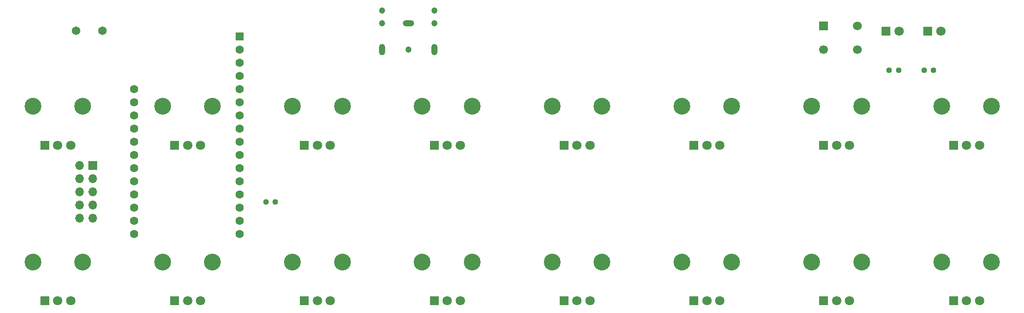
<source format=gts>
G04 #@! TF.GenerationSoftware,KiCad,Pcbnew,7.0.10*
G04 #@! TF.CreationDate,2024-02-18T18:56:30+02:00*
G04 #@! TF.ProjectId,Untitled,556e7469-746c-4656-942e-6b696361645f,rev?*
G04 #@! TF.SameCoordinates,Original*
G04 #@! TF.FileFunction,Soldermask,Top*
G04 #@! TF.FilePolarity,Negative*
%FSLAX46Y46*%
G04 Gerber Fmt 4.6, Leading zero omitted, Abs format (unit mm)*
G04 Created by KiCad (PCBNEW 7.0.10) date 2024-02-18 18:56:30*
%MOMM*%
%LPD*%
G01*
G04 APERTURE LIST*
G04 Aperture macros list*
%AMRoundRect*
0 Rectangle with rounded corners*
0 $1 Rounding radius*
0 $2 $3 $4 $5 $6 $7 $8 $9 X,Y pos of 4 corners*
0 Add a 4 corners polygon primitive as box body*
4,1,4,$2,$3,$4,$5,$6,$7,$8,$9,$2,$3,0*
0 Add four circle primitives for the rounded corners*
1,1,$1+$1,$2,$3*
1,1,$1+$1,$4,$5*
1,1,$1+$1,$6,$7*
1,1,$1+$1,$8,$9*
0 Add four rect primitives between the rounded corners*
20,1,$1+$1,$2,$3,$4,$5,0*
20,1,$1+$1,$4,$5,$6,$7,0*
20,1,$1+$1,$6,$7,$8,$9,0*
20,1,$1+$1,$8,$9,$2,$3,0*%
G04 Aperture macros list end*
%ADD10O,1.200000X2.200000*%
%ADD11O,2.200000X1.200000*%
%ADD12C,1.200000*%
%ADD13C,1.700000*%
%ADD14R,1.700000X1.700000*%
%ADD15C,1.651000*%
%ADD16C,3.240000*%
%ADD17R,1.800000X1.800000*%
%ADD18C,1.800000*%
%ADD19RoundRect,0.237500X-0.250000X-0.237500X0.250000X-0.237500X0.250000X0.237500X-0.250000X0.237500X0*%
%ADD20O,1.700000X1.700000*%
%ADD21R,1.600000X1.600000*%
%ADD22C,1.600000*%
G04 APERTURE END LIST*
D10*
X135000000Y-59500000D03*
D11*
X130000000Y-54500000D03*
D10*
X125000000Y-59500000D03*
D12*
X135000000Y-52000000D03*
X135000000Y-54500000D03*
X130000000Y-59500000D03*
X125000000Y-52000000D03*
X125000000Y-54500000D03*
D13*
X210000000Y-59500000D03*
X216500000Y-59500000D03*
D14*
X210000000Y-55000000D03*
D13*
X216500000Y-55000000D03*
D15*
X66040000Y-55880000D03*
X71120000Y-55880000D03*
D16*
X242300000Y-100500000D03*
X232700000Y-100500000D03*
D17*
X235000000Y-108000000D03*
D18*
X237500000Y-108000000D03*
X240000000Y-108000000D03*
X215000000Y-108000000D03*
X212500000Y-108000000D03*
D17*
X210000000Y-108000000D03*
D16*
X207700000Y-100500000D03*
X217300000Y-100500000D03*
X192300000Y-100500000D03*
X182700000Y-100500000D03*
D17*
X185000000Y-108000000D03*
D18*
X187500000Y-108000000D03*
X190000000Y-108000000D03*
X165000000Y-108000000D03*
X162500000Y-108000000D03*
D17*
X160000000Y-108000000D03*
D16*
X157700000Y-100500000D03*
X167300000Y-100500000D03*
X142300000Y-100500000D03*
X132700000Y-100500000D03*
D17*
X135000000Y-108000000D03*
D18*
X137500000Y-108000000D03*
X140000000Y-108000000D03*
D16*
X117300000Y-100500000D03*
X107700000Y-100500000D03*
D17*
X110000000Y-108000000D03*
D18*
X112500000Y-108000000D03*
X115000000Y-108000000D03*
D16*
X92300000Y-100500000D03*
X82700000Y-100500000D03*
D17*
X85000000Y-108000000D03*
D18*
X87500000Y-108000000D03*
X90000000Y-108000000D03*
D16*
X67300000Y-100500000D03*
X57700000Y-100500000D03*
D17*
X60000000Y-108000000D03*
D18*
X62500000Y-108000000D03*
X65000000Y-108000000D03*
D16*
X242300000Y-70500000D03*
X232700000Y-70500000D03*
D17*
X235000000Y-78000000D03*
D18*
X237500000Y-78000000D03*
X240000000Y-78000000D03*
D16*
X217300000Y-70500000D03*
X207700000Y-70500000D03*
D17*
X210000000Y-78000000D03*
D18*
X212500000Y-78000000D03*
X215000000Y-78000000D03*
D16*
X192300000Y-70500000D03*
X182700000Y-70500000D03*
D17*
X185000000Y-78000000D03*
D18*
X187500000Y-78000000D03*
X190000000Y-78000000D03*
D16*
X167300000Y-70500000D03*
X157700000Y-70500000D03*
D17*
X160000000Y-78000000D03*
D18*
X162500000Y-78000000D03*
X165000000Y-78000000D03*
D16*
X142300000Y-70500000D03*
X132700000Y-70500000D03*
D17*
X135000000Y-78000000D03*
D18*
X137500000Y-78000000D03*
X140000000Y-78000000D03*
X115000000Y-78000000D03*
X112500000Y-78000000D03*
D17*
X110000000Y-78000000D03*
D16*
X107700000Y-70500000D03*
X117300000Y-70500000D03*
X92300000Y-70500000D03*
X82700000Y-70500000D03*
D17*
X85000000Y-78000000D03*
D18*
X87500000Y-78000000D03*
X90000000Y-78000000D03*
D16*
X67300000Y-70500000D03*
X57700000Y-70500000D03*
D17*
X60000000Y-78000000D03*
D18*
X62500000Y-78000000D03*
X65000000Y-78000000D03*
D19*
X224432500Y-63500000D03*
X222607500Y-63500000D03*
X231140000Y-63500000D03*
X229315000Y-63500000D03*
X102592500Y-88900000D03*
X104417500Y-88900000D03*
D14*
X69215000Y-81920000D03*
D20*
X66675000Y-81920000D03*
X69215000Y-84460000D03*
X66675000Y-84460000D03*
X69215000Y-87000000D03*
X66675000Y-87000000D03*
X69215000Y-89540000D03*
X66675000Y-89540000D03*
X69215000Y-92080000D03*
X66675000Y-92080000D03*
D17*
X222000000Y-56000000D03*
D18*
X224540000Y-56000000D03*
X232540000Y-56000000D03*
D17*
X230000000Y-56000000D03*
D21*
X97500000Y-57000000D03*
D22*
X97500000Y-59540000D03*
X97500000Y-62080000D03*
X97500000Y-64620000D03*
X97500000Y-67160000D03*
X97500000Y-69700000D03*
X97500000Y-72240000D03*
X97500000Y-74780000D03*
X97500000Y-77320000D03*
X97500000Y-79860000D03*
X97500000Y-82400000D03*
X97500000Y-84940000D03*
X97500000Y-87480000D03*
X97500000Y-90020000D03*
X97500000Y-92560000D03*
X97500000Y-95100000D03*
X77180000Y-95100000D03*
X77180000Y-92560000D03*
X77180000Y-90020000D03*
X77180000Y-87480000D03*
X77180000Y-84940000D03*
X77180000Y-82400000D03*
X77180000Y-79860000D03*
X77180000Y-77320000D03*
X77180000Y-74780000D03*
X77180000Y-72240000D03*
X77180000Y-69700000D03*
X77180000Y-67160000D03*
M02*

</source>
